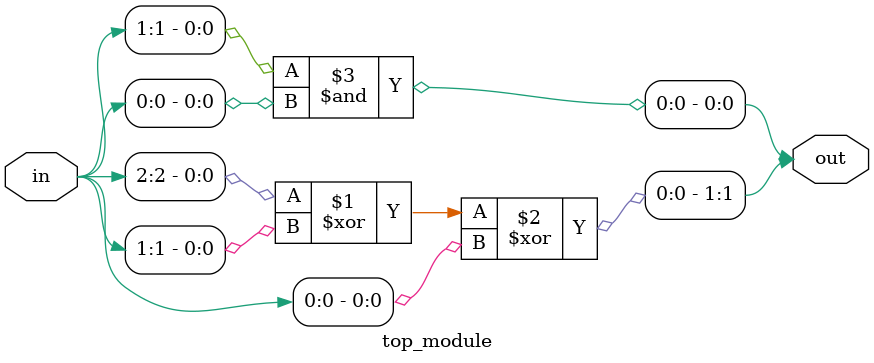
<source format=sv>
module top_module (
  input [2:0] in,
  output [1:0] out
);
	// Add logic to calculate the output
	assign out[1] = in[2] ^ in[1] ^ in[0];
	assign out[0] = in[1] & in[0];
endmodule

</source>
